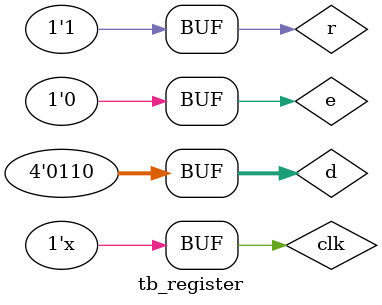
<source format=sv>
`timescale 1ns / 1ps


module tb_register;

logic [3:0] d;
logic r;
logic clk=0;
logic e;
logic [3:0] q;

always 
#5 clk=~clk;

register rg (.d(d),.clk(clk),.e(e),.r(r),.q(q));

initial begin

r=1'b0 ; d=4'b0000; e=1'b0;
#8
r=1'b1 ; d=4'b0100; e=1'b1;
#8
r=1'b0 ; d=4'b1000; e=1'b0;
#8
r=1'b1 ; d=4'b0111; e=1'b0;
#8
r=1'b1 ; d=4'b1111; e=1'b0;
#8
r=1'b1; d=4'b0000; e=1'b0; 
#8
r=1'b0 ; d=4'b1000; e=1'b0;  
#8
r=1'b1 ; d=4'b1111; e=1'b0;
#8
r=1'b1 ; d=4'b0110; e=1'b0;
#8
r=1'b0 ; d=4'b0111; e=1'b0;
#8
r=1'b1; d=4'b0111; e=1'b0;
#8
r=1'b1 ; d=4'b0001; e=1'b0;
#8
r=1'b1 ; d=4'b1111; e=1'b0;
#8
r=1'b0 ; d=4'b0111; e=1'b0;
#8
r=1'b1 ; d=4'b0110; e=1'b0;

end
endmodule

</source>
